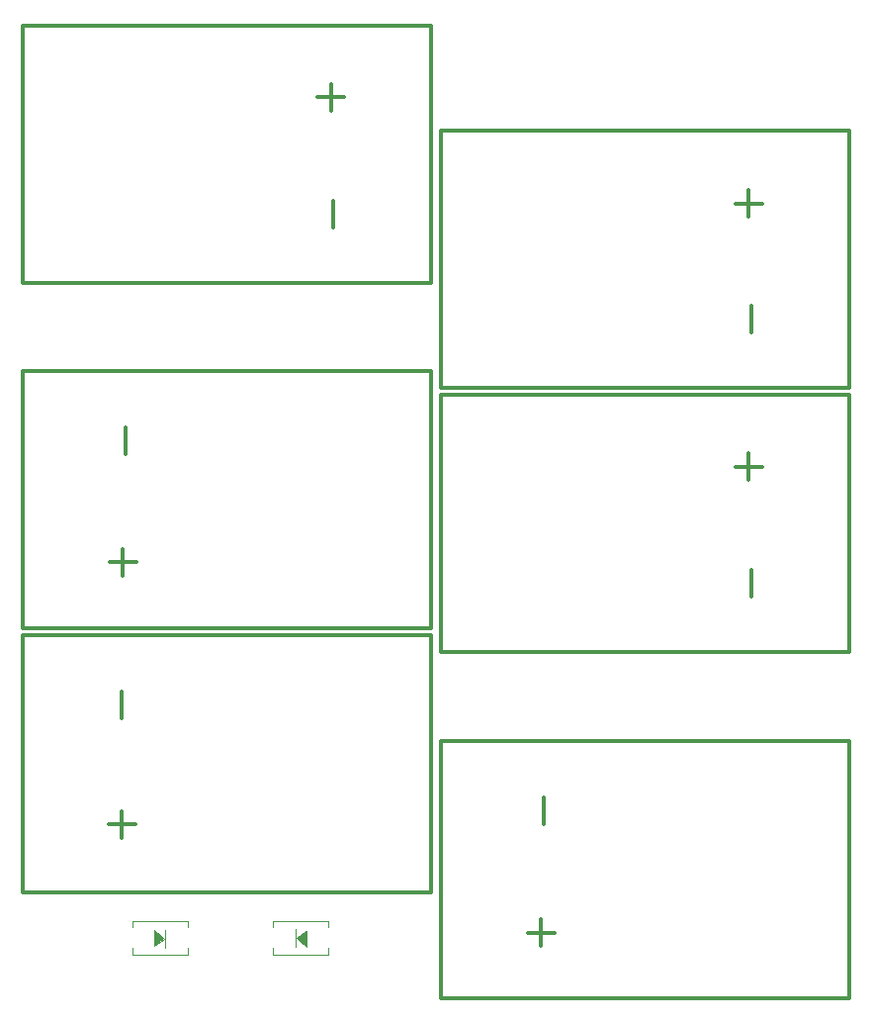
<source format=gto>
G04 #@! TF.GenerationSoftware,KiCad,Pcbnew,7.0.1-0*
G04 #@! TF.CreationDate,2023-03-19T01:45:58-04:00*
G04 #@! TF.ProjectId,new-solar-cell-burn-wire,6e65772d-736f-46c6-9172-2d63656c6c2d,2*
G04 #@! TF.SameCoordinates,Original*
G04 #@! TF.FileFunction,Legend,Top*
G04 #@! TF.FilePolarity,Positive*
%FSLAX46Y46*%
G04 Gerber Fmt 4.6, Leading zero omitted, Abs format (unit mm)*
G04 Created by KiCad (PCBNEW 7.0.1-0) date 2023-03-19 01:45:58*
%MOMM*%
%LPD*%
G01*
G04 APERTURE LIST*
%ADD10C,0.300000*%
%ADD11C,0.120000*%
%ADD12C,0.100000*%
%ADD13C,3.000000*%
%ADD14C,5.600000*%
%ADD15R,2.500000X1.700000*%
G04 APERTURE END LIST*
D10*
X141257142Y-64145000D02*
X143542857Y-64145000D01*
X142399999Y-65287857D02*
X142399999Y-63002142D01*
X123457142Y-126545000D02*
X125742857Y-126545000D01*
X124599999Y-127687857D02*
X124599999Y-125402142D01*
X142645000Y-75142857D02*
X142645000Y-72857143D01*
X124845000Y-117242857D02*
X124845000Y-114957143D01*
X105457142Y-55045000D02*
X107742857Y-55045000D01*
X106599999Y-56187857D02*
X106599999Y-53902142D01*
X106845000Y-66142857D02*
X106845000Y-63857143D01*
X88645000Y-108142857D02*
X88645000Y-105857143D01*
X87557142Y-117245000D02*
X89842857Y-117245000D01*
X88699999Y-118387857D02*
X88699999Y-116102142D01*
X87667142Y-94825000D02*
X89952857Y-94825000D01*
X88809999Y-95967857D02*
X88809999Y-93682142D01*
X89055000Y-85562857D02*
X89055000Y-83277143D01*
X142635000Y-97722857D02*
X142635000Y-95437143D01*
X141247142Y-86665000D02*
X143532857Y-86665000D01*
X142389999Y-87807857D02*
X142389999Y-85522142D01*
X115200000Y-123100000D02*
X80200000Y-123100000D01*
X80200000Y-123100000D02*
X80200000Y-101100000D01*
X80200000Y-101100000D02*
X115200000Y-101100000D01*
X115200000Y-101100000D02*
X115200000Y-123100000D01*
X115200000Y-48900000D02*
X115200000Y-70900000D01*
X80200000Y-70900000D02*
X80200000Y-48900000D01*
X115200000Y-70900000D02*
X80200000Y-70900000D01*
X80200000Y-48900000D02*
X115200000Y-48900000D01*
X115200000Y-100500000D02*
X80200000Y-100500000D01*
X80200000Y-100500000D02*
X80200000Y-78500000D01*
X115200000Y-78500000D02*
X115200000Y-100500000D01*
X80200000Y-78500000D02*
X115200000Y-78500000D01*
X151000000Y-102500000D02*
X116000000Y-102500000D01*
X151000000Y-80500000D02*
X151000000Y-102500000D01*
X116000000Y-102500000D02*
X116000000Y-80500000D01*
X116000000Y-80500000D02*
X151000000Y-80500000D01*
X116000000Y-110100000D02*
X151000000Y-110100000D01*
X151000000Y-110100000D02*
X151000000Y-132100000D01*
X116000000Y-132100000D02*
X116000000Y-110100000D01*
X151000000Y-132100000D02*
X116000000Y-132100000D01*
X151000000Y-79900000D02*
X116000000Y-79900000D01*
X151000000Y-57900000D02*
X151000000Y-79900000D01*
X116000000Y-79900000D02*
X116000000Y-57900000D01*
X116000000Y-57900000D02*
X151000000Y-57900000D01*
D11*
X89625000Y-125550000D02*
X89625000Y-128450000D01*
X92431800Y-127812800D02*
X92431800Y-126263400D01*
X94375000Y-125550000D02*
X94375000Y-128450000D01*
X94375000Y-128450000D02*
X89625000Y-128450000D01*
X94375000Y-125550000D02*
X89625000Y-125550000D01*
D12*
X92304800Y-127025400D02*
X91492000Y-127635000D01*
X91492000Y-126288800D01*
X92304800Y-127025400D01*
G36*
X92304800Y-127025400D02*
G01*
X91492000Y-127635000D01*
X91492000Y-126288800D01*
X92304800Y-127025400D01*
G37*
D11*
X101625000Y-125550000D02*
X106375000Y-125550000D01*
X101625000Y-128450000D02*
X101625000Y-125550000D01*
X101625000Y-128450000D02*
X106375000Y-128450000D01*
X106375000Y-128450000D02*
X106375000Y-125550000D01*
X103568200Y-126187200D02*
X103568200Y-127736600D01*
D12*
X104508000Y-127711200D02*
X103695200Y-126974600D01*
X104508000Y-126365000D01*
X104508000Y-127711200D01*
G36*
X104508000Y-127711200D02*
G01*
X103695200Y-126974600D01*
X104508000Y-126365000D01*
X104508000Y-127711200D01*
G37*
%LPC*%
D13*
X84700000Y-116600000D03*
X84700000Y-107600000D03*
X110700000Y-55400000D03*
X110700000Y-64400000D03*
D14*
X125850000Y-42750000D03*
D13*
X84700000Y-94000000D03*
X84700000Y-85000000D03*
D14*
X98350000Y-42750000D03*
D13*
X146500000Y-87000000D03*
X146500000Y-96000000D03*
D14*
X98350000Y-138250000D03*
X125850000Y-138250000D03*
D13*
X120500000Y-125600000D03*
X120500000Y-116600000D03*
X146500000Y-64400000D03*
X146500000Y-73400000D03*
D15*
X94000000Y-127000000D03*
X90000000Y-127000000D03*
X102000000Y-127000000D03*
X106000000Y-127000000D03*
M02*

</source>
